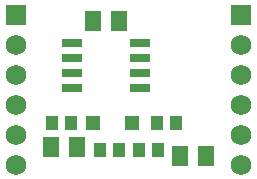
<source format=gts>
G75*
G70*
%OFA0B0*%
%FSLAX24Y24*%
%IPPOS*%
%LPD*%
%AMOC8*
5,1,8,0,0,1.08239X$1,22.5*
%
%ADD10R,0.0680X0.0280*%
%ADD11R,0.0474X0.0474*%
%ADD12R,0.0580X0.0680*%
%ADD13R,0.0680X0.0680*%
%ADD14C,0.0680*%
%ADD15R,0.0430X0.0480*%
D10*
X006601Y006525D03*
X006601Y006025D03*
X006601Y005525D03*
X006601Y005025D03*
X004341Y005025D03*
X004341Y005525D03*
X004341Y006025D03*
X004341Y006525D03*
D11*
X005011Y003875D03*
X006332Y003875D03*
D12*
X007942Y002775D03*
X008801Y002775D03*
X004501Y003075D03*
X003642Y003075D03*
X005042Y007275D03*
X005901Y007275D03*
D13*
X002471Y007475D03*
X009971Y007475D03*
D14*
X002471Y002475D03*
X002471Y003475D03*
X002471Y004475D03*
X002471Y005475D03*
X002471Y006475D03*
X009971Y006475D03*
X009971Y005475D03*
X009971Y004475D03*
X009971Y003475D03*
X009971Y002475D03*
D15*
X007796Y003875D03*
X007146Y003875D03*
X007196Y002975D03*
X006546Y002975D03*
X005896Y002975D03*
X005246Y002975D03*
X004296Y003875D03*
X003646Y003875D03*
M02*

</source>
